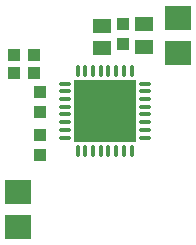
<source format=gbr>
%FSDAX24Y24*%
%MOIN*%
%SFA1B1*%

%IPPOS*%
%ADD10R,0.043300X0.039400*%
%ADD11O,0.041300X0.011800*%
%ADD12O,0.011800X0.041300*%
%ADD13R,0.208700X0.208700*%
%ADD14R,0.086600X0.078700*%
%ADD15R,0.059100X0.051200*%
%ADD16R,0.039400X0.043300*%
%LNde-120418_paste_top-1*%
%LPD*%
G54D10*
X035135Y023550D03*
X034465D03*
X035135Y022950D03*
X034465D03*
G54D11*
X036171Y022596D03*
Y022340D03*
Y022084D03*
Y021828D03*
Y021572D03*
Y021316D03*
Y021060D03*
Y020804D03*
X038829D03*
Y021060D03*
Y021316D03*
Y021572D03*
Y021828D03*
Y022084D03*
Y022340D03*
Y022596D03*
G54D12*
X036604Y020371D03*
X036860D03*
X037116D03*
X037372D03*
X037628D03*
X037884D03*
X038140D03*
X038396D03*
Y023029D03*
X038140D03*
X037884D03*
X037628D03*
X037372D03*
X037116D03*
X036860D03*
X036604D03*
G54D13*
X037500Y021700D03*
G54D14*
X039950Y024791D03*
Y023609D03*
X034600Y017809D03*
Y018991D03*
G54D15*
X038800Y023826D03*
Y024574D03*
X037400Y023776D03*
Y024524D03*
G54D16*
X038100Y023915D03*
Y024585D03*
X035350Y020215D03*
Y020885D03*
Y022335D03*
Y021665D03*
M02*
</source>
